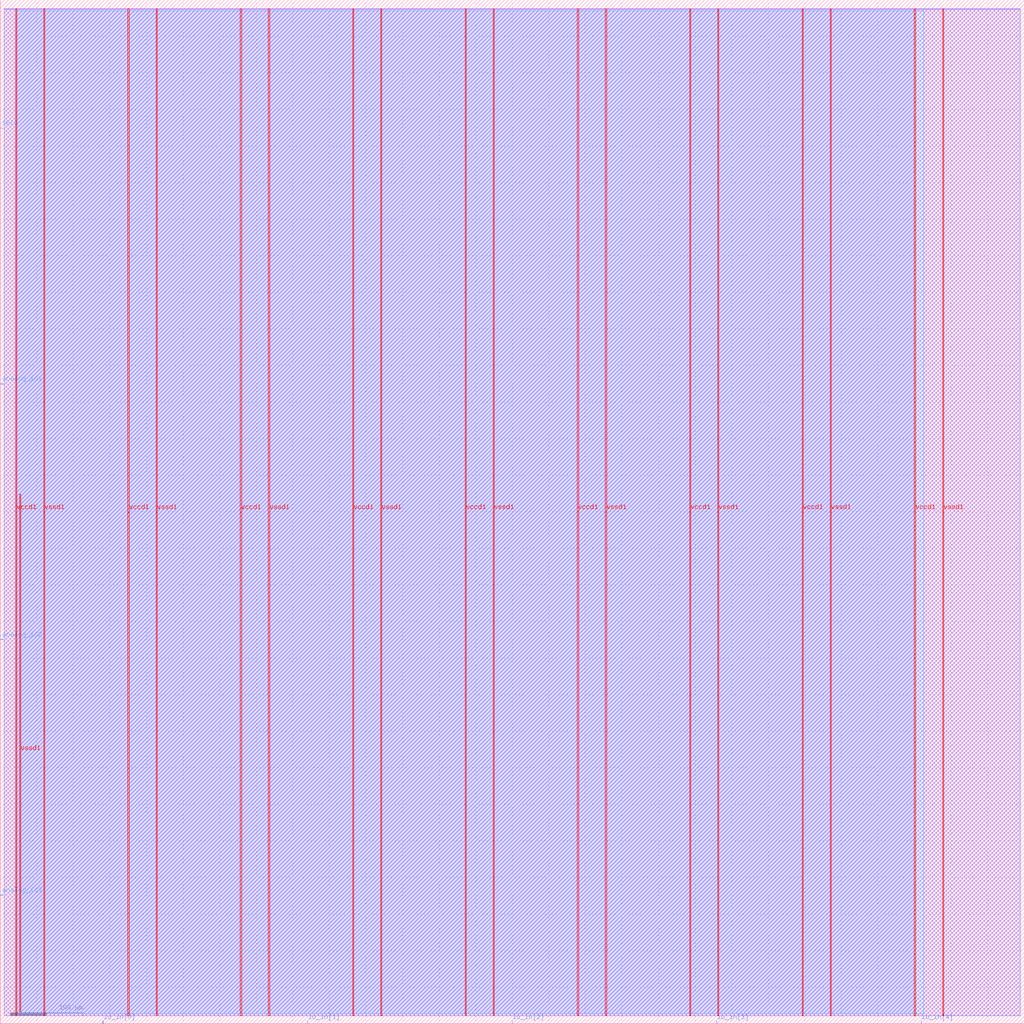
<source format=lef>
VERSION 5.7 ;
  NOWIREEXTENSIONATPIN ON ;
  DIVIDERCHAR "/" ;
  BUSBITCHARS "[]" ;
MACRO user_proj_example
  CLASS BLOCK ;
  FOREIGN user_proj_example ;
  ORIGIN 0.000 0.000 ;
  SIZE 1400.000 BY 1400.000 ;
  PIN SEL2
    DIRECTION INPUT ;
    USE SIGNAL ;
    PORT
      LAYER met3 ;
        RECT 0.000 1224.040 4.000 1224.640 ;
    END
  END SEL2
  PIN analog_io1
    DIRECTION INPUT ;
    USE SIGNAL ;
    PORT
      LAYER met3 ;
        RECT 0.000 874.520 4.000 875.120 ;
    END
  END analog_io1
  PIN analog_io2
    DIRECTION INOUT ;
    USE SIGNAL ;
    PORT
      LAYER met3 ;
        RECT 0.000 525.000 4.000 525.600 ;
    END
  END analog_io2
  PIN analog_io3
    DIRECTION INPUT ;
    USE SIGNAL ;
    PORT
      LAYER met3 ;
        RECT 0.000 175.480 4.000 176.080 ;
    END
  END analog_io3
  PIN io_in[0]
    DIRECTION INPUT ;
    USE SIGNAL ;
    PORT
      LAYER met2 ;
        RECT 140.390 0.000 140.670 4.000 ;
    END
  END io_in[0]
  PIN io_in[1]
    DIRECTION INPUT ;
    USE SIGNAL ;
    PORT
      LAYER met2 ;
        RECT 420.070 0.000 420.350 4.000 ;
    END
  END io_in[1]
  PIN io_in[2]
    DIRECTION INPUT ;
    USE SIGNAL ;
    PORT
      LAYER met2 ;
        RECT 699.750 0.000 700.030 4.000 ;
    END
  END io_in[2]
  PIN io_in[3]
    DIRECTION INPUT ;
    USE SIGNAL ;
    PORT
      LAYER met2 ;
        RECT 979.430 0.000 979.710 4.000 ;
    END
  END io_in[3]
  PIN io_in[4]
    DIRECTION INPUT ;
    USE SIGNAL ;
    PORT
      LAYER met2 ;
        RECT 1259.110 0.000 1259.390 4.000 ;
    END
  END io_in[4]
  PIN vccd1
    DIRECTION INOUT ;
    USE POWER ;
    PORT
      LAYER met4 ;
        RECT 21.040 10.640 22.640 1387.440 ;
    END
    PORT
      LAYER met4 ;
        RECT 174.640 10.640 176.240 1387.440 ;
    END
    PORT
      LAYER met4 ;
        RECT 328.240 10.640 329.840 1387.440 ;
    END
    PORT
      LAYER met4 ;
        RECT 481.840 10.640 483.440 1387.440 ;
    END
    PORT
      LAYER met4 ;
        RECT 635.440 10.640 637.040 1387.440 ;
    END
    PORT
      LAYER met4 ;
        RECT 789.040 10.640 790.640 1387.440 ;
    END
    PORT
      LAYER met4 ;
        RECT 942.640 10.640 944.240 1387.440 ;
    END
    PORT
      LAYER met4 ;
        RECT 1096.240 10.640 1097.840 1387.440 ;
    END
    PORT
      LAYER met4 ;
        RECT 1249.840 10.640 1251.440 1387.440 ;
    END
  END vccd1
  PIN vssd1
    DIRECTION INOUT ;
    USE GROUND ;
    PORT
      LAYER met4 ;
        RECT 59.440 10.640 61.040 1387.440 ;
    END
    PORT
      LAYER met4 ;
        RECT 213.040 10.640 214.640 1387.440 ;
    END
    PORT
      LAYER met4 ;
        RECT 366.640 10.640 368.240 1387.440 ;
    END
    PORT
      LAYER met4 ;
        RECT 520.240 10.640 521.840 1387.440 ;
    END
    PORT
      LAYER met4 ;
        RECT 673.840 10.640 675.440 1387.440 ;
    END
    PORT
      LAYER met4 ;
        RECT 827.440 10.640 829.040 1387.440 ;
    END
    PORT
      LAYER met4 ;
        RECT 981.040 10.640 982.640 1387.440 ;
    END
    PORT
      LAYER met4 ;
        RECT 1134.640 10.640 1136.240 1387.440 ;
    END
    PORT
      LAYER met4 ;
        RECT 1288.240 10.640 1289.840 1387.440 ;
    END
    PORT
      LAYER met4 ;
        RECT 26.340 16.080 27.940 723.760 ;
    END
  END vssd1
  OBS
      LAYER li1 ;
        RECT 5.520 10.795 1394.260 1387.285 ;
      LAYER met1 ;
        RECT 5.520 10.640 1394.260 1387.440 ;
      LAYER met2 ;
        RECT 21.070 13.415 1251.410 1384.665 ;
      LAYER met3 ;
        RECT 21.050 13.435 1262.930 1384.645 ;
  END
END user_proj_example
END LIBRARY


</source>
